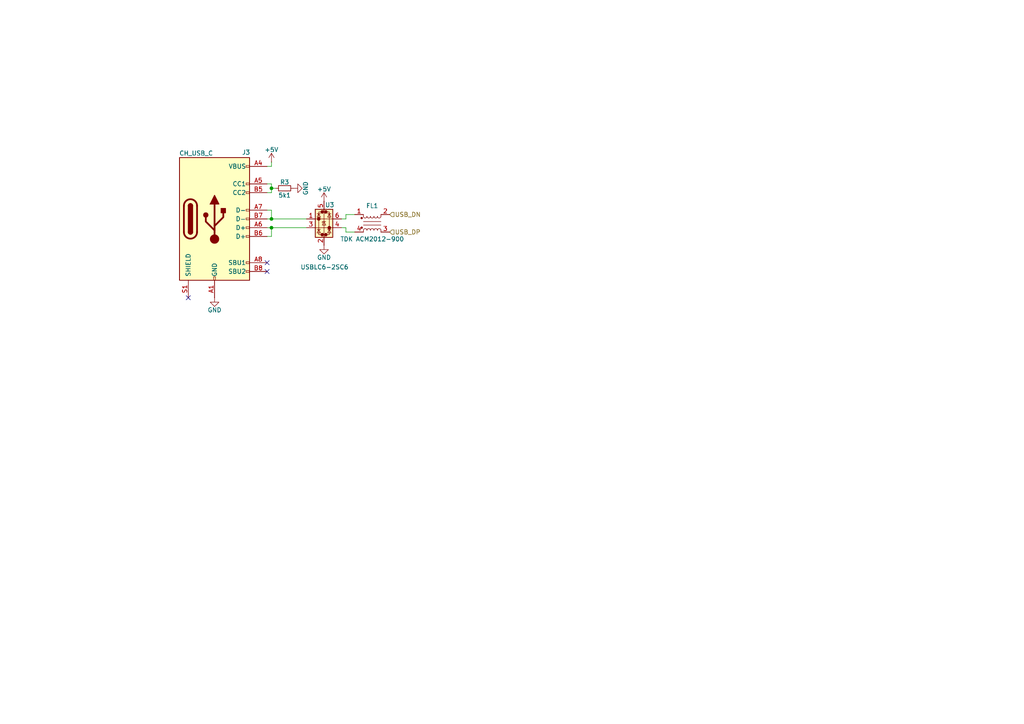
<source format=kicad_sch>
(kicad_sch (version 20231120) (generator "eeschema") (generator_version "8.0")
  (paper "A4")
  (lib_symbols
    (symbol "Connector:USB_C_Receptacle_USB2.0_16P" (pin_names (offset 1.016))
      (property "Reference" "J" (at 0 22.225 0))
      (property "Value" "USB_C_Receptacle_USB2.0_16P" (at 0 19.685 0))
      (symbol "USB_C_Receptacle_USB2.0_16P_0_0"
        (rectangle (start -0.254 -17.78) (end 0.254 -16.764))
        (rectangle (start 10.16 -14.986) (end 9.144 -15.494))
        (rectangle (start 10.16 -12.446) (end 9.144 -12.954))
        (rectangle (start 10.16 -4.826) (end 9.144 -5.334))
        (rectangle (start 10.16 -2.286) (end 9.144 -2.794))
        (rectangle (start 10.16 0.254) (end 9.144 -0.254))
        (rectangle (start 10.16 2.794) (end 9.144 2.286))
        (rectangle (start 10.16 7.874) (end 9.144 7.366))
        (rectangle (start 10.16 10.414) (end 9.144 9.906))
        (rectangle (start 10.16 15.494) (end 9.144 14.986))
      )
      (symbol "USB_C_Receptacle_USB2.0_16P_0_1"
        (rectangle (start -10.16 17.78) (end 10.16 -17.78) (stroke (width 0.254)) (fill (type background)))
        (arc (start -8.89 -3.81) (mid -6.985 -5.7067) (end -5.08 -3.81) (stroke (width 0.508)))
        (arc (start -7.62 -3.81) (mid -6.985 -4.4423) (end -6.35 -3.81) (stroke (width 0.254)))
        (arc (start -7.62 -3.81) (mid -6.985 -4.4423) (end -6.35 -3.81) (stroke (width 0.254)) (fill (type outline)))
        (rectangle (start -7.62 -3.81) (end -6.35 3.81) (stroke (width 0.254)) (fill (type outline)))
        (arc (start -6.35 3.81) (mid -6.985 4.4423) (end -7.62 3.81) (stroke (width 0.254)))
        (arc (start -6.35 3.81) (mid -6.985 4.4423) (end -7.62 3.81) (stroke (width 0.254)) (fill (type outline)))
        (arc (start -5.08 3.81) (mid -6.985 5.7067) (end -8.89 3.81) (stroke (width 0.508)))
        (circle (center -2.54 1.143) (radius 0.635) (stroke (width 0.254)) (fill (type outline)))
        (circle (center 0 -5.842) (radius 1.27) (fill (type outline)))
        (polyline (pts (xy -8.89 -3.81) (xy -8.89 3.81)) (stroke (width 0.508)))
        (polyline (pts (xy -5.08 3.81) (xy -5.08 -3.81)) (stroke (width 0.508)))
        (polyline (pts (xy 0 -5.842) (xy 0 4.318)) (stroke (width 0.508)))
        (polyline (pts (xy 0 -3.302) (xy -2.54 -0.762) (xy -2.54 0.508)) (stroke (width 0.508)))
        (polyline (pts (xy 0 -2.032) (xy 2.54 0.508) (xy 2.54 1.778)) (stroke (width 0.508)))
        (polyline (pts (xy -1.27 4.318) (xy 0 6.858) (xy 1.27 4.318) (xy -1.27 4.318)) (stroke (width 0.254)) (fill (type outline)))
        (rectangle (start 1.905 1.778) (end 3.175 3.048) (stroke (width 0.254)) (fill (type outline)))
      )
      (symbol "USB_C_Receptacle_USB2.0_16P_1_1"
        (pin passive line (at 0 -22.86 90) (length 5.08) (name "GND") (number "A1"))
        (pin passive line (at 0 -22.86 90) (length 5.08) hide (name "GND") (number "A12"))
        (pin passive line (at 15.24 15.24 180) (length 5.08) (name "VBUS") (number "A4"))
        (pin bidirectional line (at 15.24 10.16 180) (length 5.08) (name "CC1") (number "A5"))
        (pin bidirectional line (at 15.24 -2.54 180) (length 5.08) (name "D+") (number "A6"))
        (pin bidirectional line (at 15.24 2.54 180) (length 5.08) (name "D-") (number "A7"))
        (pin bidirectional line (at 15.24 -12.7 180) (length 5.08) (name "SBU1") (number "A8"))
        (pin passive line (at 15.24 15.24 180) (length 5.08) hide (name "VBUS") (number "A9"))
        (pin passive line (at 0 -22.86 90) (length 5.08) hide (name "GND") (number "B1"))
        (pin passive line (at 0 -22.86 90) (length 5.08) hide (name "GND") (number "B12"))
        (pin passive line (at 15.24 15.24 180) (length 5.08) hide (name "VBUS") (number "B4"))
        (pin bidirectional line (at 15.24 7.62 180) (length 5.08) (name "CC2") (number "B5"))
        (pin bidirectional line (at 15.24 -5.08 180) (length 5.08) (name "D+") (number "B6"))
        (pin bidirectional line (at 15.24 0 180) (length 5.08) (name "D-") (number "B7"))
        (pin bidirectional line (at 15.24 -15.24 180) (length 5.08) (name "SBU2") (number "B8"))
        (pin passive line (at 15.24 15.24 180) (length 5.08) hide (name "VBUS") (number "B9"))
        (pin passive line (at -7.62 -22.86 90) (length 5.08) (name "SHIELD") (number "S1"))
      )
    )
    (symbol "Device:R_Small" (pin_numbers hide) (pin_names (offset 0.254) hide)
      (property "Reference" "R" (at 0.762 0.508 0))
      (property "Value" "R_Small" (at 0.762 -1.016 0))
      (symbol "R_Small_0_1"
        (rectangle (start -0.762 1.778) (end 0.762 -1.778) (stroke (width 0.2032)))
      )
      (symbol "R_Small_1_1"
        (pin passive line (at 0 2.54 270) (length 0.762) (name "~") (number "1"))
        (pin passive line (at 0 -2.54 90) (length 0.762) (name "~") (number "2"))
      )
    )
    (symbol "Filter:Choke_Coilcraft_0603USB-222" (pin_names (offset 0.254) hide)
      (property "Reference" "FL" (at 0 4.445 0))
      (property "Value" "Choke_Coilcraft_0603USB-222" (at 0 -4.445 0))
      (symbol "Choke_Coilcraft_0603USB-222_0_1"
        (circle (center -3.048 -1.27) (radius 0.254) (fill (type outline)))
        (circle (center -3.048 1.524) (radius 0.254) (fill (type outline)))
        (arc (start -2.54 2.032) (mid -2.032 1.5262) (end -1.524 2.032))
        (arc (start -1.524 -2.032) (mid -2.032 -1.5262) (end -2.54 -2.032))
        (arc (start -1.524 2.032) (mid -1.016 1.5262) (end -0.508 2.032))
        (arc (start -0.508 -2.032) (mid -1.016 -1.5262) (end -1.524 -2.032))
        (arc (start -0.508 2.032) (mid 0 1.5262) (end 0.508 2.032))
        (polyline (pts (xy -2.54 -2.032) (xy -2.54 -2.54)))
        (polyline (pts (xy -2.54 0.508) (xy 2.54 0.508)))
        (polyline (pts (xy -2.54 2.032) (xy -2.54 2.54)))
        (polyline (pts (xy 2.54 -2.032) (xy 2.54 -2.54)))
        (polyline (pts (xy 2.54 -0.508) (xy -2.54 -0.508)))
        (polyline (pts (xy 2.54 2.54) (xy 2.54 2.032)))
        (arc (start 0.508 -2.032) (mid 0 -1.5262) (end -0.508 -2.032))
        (arc (start 0.508 2.032) (mid 1.016 1.5262) (end 1.524 2.032))
        (arc (start 1.524 -2.032) (mid 1.016 -1.5262) (end 0.508 -2.032))
        (arc (start 1.524 2.032) (mid 2.032 1.5262) (end 2.54 2.032))
        (arc (start 2.54 -2.032) (mid 2.032 -1.5262) (end 1.524 -2.032))
      )
      (symbol "Choke_Coilcraft_0603USB-222_1_1"
        (pin passive line (at -5.08 2.54 0) (length 2.54) (name "1") (number "1"))
        (pin passive line (at 5.08 2.54 180) (length 2.54) (name "2") (number "2"))
        (pin passive line (at 5.08 -2.54 180) (length 2.54) (name "3") (number "3"))
        (pin passive line (at -5.08 -2.54 0) (length 2.54) (name "4") (number "4"))
      )
    )
    (symbol "Power_Protection:USBLC6-2SC6" (pin_names hide)
      (property "Reference" "U" (at 0.635 5.715 0))
      (property "Value" "USBLC6-2SC6" (at 0.635 3.81 0))
      (symbol "USBLC6-2SC6_0_0"
        (circle (center -1.524 0) (radius 0.0001) (stroke (width 0.508)))
        (circle (center -0.508 -4.572) (radius 0.0001) (stroke (width 0.508)))
        (circle (center -0.508 2.032) (radius 0.0001) (stroke (width 0.508)))
        (circle (center 0.508 -4.572) (radius 0.0001) (stroke (width 0.508)))
        (circle (center 0.508 2.032) (radius 0.0001) (stroke (width 0.508)))
        (circle (center 1.524 -2.54) (radius 0.0001) (stroke (width 0.508)))
      )
      (symbol "USBLC6-2SC6_0_1"
        (polyline (pts (xy -2.54 -2.54) (xy 2.54 -2.54)))
        (polyline (pts (xy -2.54 0) (xy 2.54 0)))
        (polyline (pts (xy -2.032 -3.048) (xy -1.016 -3.048)))
        (polyline (pts (xy -1.016 1.524) (xy -2.032 1.524)))
        (polyline (pts (xy 1.016 -3.048) (xy 2.032 -3.048)))
        (polyline (pts (xy 1.016 1.524) (xy 2.032 1.524)))
        (polyline (pts (xy -0.508 -1.143) (xy -0.508 -0.762) (xy 0.508 -0.762)))
        (polyline (pts (xy -2.032 0.508) (xy -1.016 0.508) (xy -1.524 1.524) (xy -2.032 0.508)))
        (polyline (pts (xy -1.016 -4.064) (xy -2.032 -4.064) (xy -1.524 -3.048) (xy -1.016 -4.064)))
        (polyline (pts (xy 0.508 -1.778) (xy -0.508 -1.778) (xy 0 -0.762) (xy 0.508 -1.778)))
        (polyline (pts (xy 2.032 -4.064) (xy 1.016 -4.064) (xy 1.524 -3.048) (xy 2.032 -4.064)))
        (polyline (pts (xy 2.032 0.508) (xy 1.016 0.508) (xy 1.524 1.524) (xy 2.032 0.508)))
        (polyline (pts (xy 0 2.54) (xy -0.508 2.032) (xy 0.508 2.032) (xy 0 1.524) (xy 0 -4.064) (xy -0.508 -4.572) (xy 0.508 -4.572) (xy 0 -5.08)))
      )
      (symbol "USBLC6-2SC6_1_1"
        (rectangle (start -2.54 2.794) (end 2.54 -5.334) (stroke (width 0.254)) (fill (type background)))
        (polyline (pts (xy -0.508 2.032) (xy -1.524 2.032) (xy -1.524 -4.572) (xy -0.508 -4.572)))
        (polyline (pts (xy 0.508 -4.572) (xy 1.524 -4.572) (xy 1.524 2.032) (xy 0.508 2.032)))
        (pin passive line (at -5.08 0 0) (length 2.54) (name "I/O1") (number "1"))
        (pin passive line (at 0 -7.62 90) (length 2.54) (name "GND") (number "2"))
        (pin passive line (at -5.08 -2.54 0) (length 2.54) (name "I/O2") (number "3"))
        (pin passive line (at 5.08 -2.54 180) (length 2.54) (name "I/O2") (number "4"))
        (pin passive line (at 0 5.08 270) (length 2.54) (name "VBUS") (number "5"))
        (pin passive line (at 5.08 0 180) (length 2.54) (name "I/O1") (number "6"))
      )
    )
    (symbol "power:+5V" (power) (pin_numbers hide) (pin_names (offset 0) hide)
      (property "Value" "+5V" (at 0 3.556 0))
      (symbol "+5V_0_1"
        (polyline (pts (xy -0.762 1.27) (xy 0 2.54)))
        (polyline (pts (xy 0 0) (xy 0 2.54)))
        (polyline (pts (xy 0 2.54) (xy 0.762 1.27)))
      )
      (symbol "+5V_1_1"
        (pin power_in line (at 0 0 90) (length 0) (name "~") (number "1"))
      )
    )
    (symbol "power:GND" (power) (pin_numbers hide) (pin_names (offset 0) hide)
      (property "Value" "GND" (at 0 -3.81 0))
      (symbol "GND_0_1"
        (polyline (pts (xy 0 0) (xy 0 -1.27) (xy 1.27 -1.27) (xy 0 -2.54) (xy -1.27 -1.27) (xy 0 -1.27)))
      )
      (symbol "GND_1_1"
        (pin power_in line (at 0 0 270) (length 0) (name "~") (number "1"))
      )
    )
  )
  (junction (at 78.74 54.61))
  (junction (at 78.74 66.04))
  (junction (at 78.74 63.5))
  (no_connect (at 77.47 78.74))
  (no_connect (at 77.47 76.2))
  (no_connect (at 54.61 86.36))
  (wire (pts (xy 78.74 53.34) (xy 78.74 54.61)))
  (wire (pts (xy 100.33 66.04) (xy 100.33 67.31)))
  (wire (pts (xy 78.74 60.96) (xy 78.74 63.5)))
  (wire (pts (xy 78.74 54.61) (xy 78.74 55.88)))
  (wire (pts (xy 78.74 63.5) (xy 88.9 63.5)))
  (wire (pts (xy 78.74 55.88) (xy 77.47 55.88)))
  (wire (pts (xy 77.47 60.96) (xy 78.74 60.96)))
  (wire (pts (xy 99.06 66.04) (xy 100.33 66.04)))
  (wire (pts (xy 100.33 63.5) (xy 100.33 62.23)))
  (wire (pts (xy 78.74 63.5) (xy 77.47 63.5)))
  (wire (pts (xy 78.74 66.04) (xy 78.74 68.58)))
  (wire (pts (xy 77.47 48.26) (xy 78.74 48.26)))
  (wire (pts (xy 99.06 63.5) (xy 100.33 63.5)))
  (wire (pts (xy 100.33 67.31) (xy 102.87 67.31)))
  (wire (pts (xy 77.47 53.34) (xy 78.74 53.34)))
  (wire (pts (xy 78.74 46.99) (xy 78.74 48.26)))
  (wire (pts (xy 100.33 62.23) (xy 102.87 62.23)))
  (wire (pts (xy 77.47 66.04) (xy 78.74 66.04)))
  (wire (pts (xy 78.74 68.58) (xy 77.47 68.58)))
  (wire (pts (xy 80.01 54.61) (xy 78.74 54.61)))
  (wire (pts (xy 78.74 66.04) (xy 88.9 66.04)))
  (hierarchical_label "USB_DN" (shape input) (at 113.03 62.23 0))
  (hierarchical_label "USB_DP" (shape input) (at 113.03 67.31 0))
  (symbol (lib_id "Power_Protection:USBLC6-2SC6") (at 93.98 63.5 0) (unit 1)
    (property "Reference" "U3" (at 94.234 59.436 0) (effects (justify left)))
    (property "Value" "USBLC6-2SC6" (at 87.122 77.47 0) (effects (justify left)))
    (property "Footprint" "Package_TO_SOT_SMD:SOT-23-6" (effects (hide yes)))
    (property "Datasheet" "https://www.st.com/resource/en/datasheet/usblc6-2.pdf" (effects (hide yes)))
    (property "Description" "Very low capacitance ESD protection diode, 2 data-line, SOT-23-6" (effects (hide yes)))
    (property "LCSC" "C2827654" (effects (hide yes)))
    (instances (project "RF_HID_module_test" (path "" (reference "U3") (unit 1)) (path "" (reference "U4") (unit 1))))
  )
  (symbol (lib_id "Device:R_Small") (at 82.55 54.61 90) (unit 1)
    (property "Reference" "R3" (at 82.55 52.832 90))
    (property "Value" "5k1" (at 82.55 56.642 90))
    (property "Description" "Resistor, small symbol" (effects (hide yes)))
    (instances (project "" (path "" (reference "R3") (unit 1)) (path "" (reference "R4") (unit 1))))
  )
  (symbol (lib_id "power:GND") (at 93.98 71.12 0) (unit 1)
    (property "Reference" "#PWR021" (effects (hide yes)))
    (property "Value" "GND" (at 93.98 74.676 0))
    (property "Description" "Power symbol creates a global label with name \"GND\" , ground" (effects (hide yes)))
    (instances (project "RF_HID_module_test" (path "" (reference "#PWR021") (unit 1)) (path "" (reference "#PWR026") (unit 1))))
  )
  (symbol (lib_id "power:GND") (at 85.09 54.61 90) (unit 1)
    (property "Reference" "#PWR019" (effects (hide yes)))
    (property "Value" "GND" (at 88.646 54.61 0))
    (property "Description" "Power symbol creates a global label with name \"GND\" , ground" (effects (hide yes)))
    (instances (project "RF_HID_module_test" (path "" (reference "#PWR019") (unit 1)) (path "" (reference "#PWR024") (unit 1))))
  )
  (symbol (lib_id "power:+5V") (at 78.74 46.99 0) (unit 1)
    (property "Reference" "#PWR018" (effects (hide yes)))
    (property "Value" "+5V" (at 78.74 43.434 0))
    (property "Description" "Power symbol creates a global label with name \"+5V\"" (effects (hide yes)))
    (instances (project "RF_HID_module_test" (path "" (reference "#PWR018") (unit 1)) (path "" (reference "#PWR023") (unit 1))))
  )
  (symbol (lib_id "power:GND") (at 62.23 86.36 0) (unit 1)
    (property "Reference" "#PWR022" (effects (hide yes)))
    (property "Value" "GND" (at 62.23 89.916 0))
    (property "Description" "Power symbol creates a global label with name \"GND\" , ground" (effects (hide yes)))
    (instances (project "RF_HID_module_test" (path "" (reference "#PWR022") (unit 1)) (path "" (reference "#PWR027") (unit 1))))
  )
  (symbol (lib_id "power:+5V") (at 93.98 58.42 0) (unit 1)
    (property "Reference" "#PWR020" (effects (hide yes)))
    (property "Value" "+5V" (at 93.98 54.864 0))
    (property "Description" "Power symbol creates a global label with name \"+5V\"" (effects (hide yes)))
    (instances (project "RF_HID_module_test" (path "" (reference "#PWR020") (unit 1)) (path "" (reference "#PWR025") (unit 1))))
  )
  (symbol (lib_id "Connector:USB_C_Receptacle_USB2.0_16P") (at 62.23 63.5 0) (unit 1)
    (property "Reference" "J3" (at 71.374 44.196 0))
    (property "Value" "CH_USB_C" (at 56.896 44.45 0))
    (property "Datasheet" "https://www.usb.org/sites/default/files/documents/usb_type-c.zip" (effects (hide yes)))
    (property "Description" "USB 2.0-only 16P Type-C Receptacle connector" (effects (hide yes)))
    (instances (project "RF_HID_module_test" (path "" (reference "J3") (unit 1)) (path "" (reference "J4") (unit 1))))
  )
  (symbol (lib_id "Filter:Choke_Coilcraft_0603USB-222") (at 107.95 64.77 0) (unit 1)
    (property "Reference" "FL1" (at 107.95 59.69 0))
    (property "Value" "TDK ACM2012-900" (at 107.95 69.342 0))
    (property "Footprint" "Marijn_KiCad:ACM2012_TDK_UPDATE" (effects (hide yes)))
    (property "Datasheet" "https://www.lcsc.com/datasheet/lcsc_datasheet_2304140030_TDK-ACM2012-900-2P-T002_C19972.pdf" (effects (hide yes)))
    (property "Description" "TDK ACM2012-900-2P-T002" (effects (hide yes)))
    (property "LCSC" "C19972" (effects (hide yes)))
    (instances (project "RF_HID_module_test" (path "" (reference "FL1") (unit 1)) (path "" (reference "FL2") (unit 1))))
  )
)
</source>
